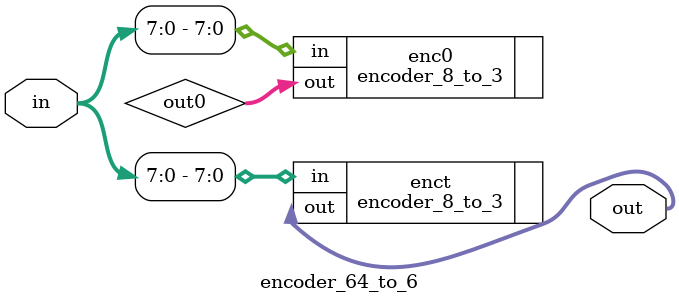
<source format=v>
module encoder_64_to_6 (
  input [63:0] in,
  output [5:0] out
);

wire [2:0] out0;
wire [2:0] out1;
wire [2:0] out2;
wire [2:0] out3;
wire [2:0] out4;
wire [2:0] out5;
wire [2:0] out6;
wire [2:0] out7;

encoder_8_to_3 enct(.in(in[7:0]), .out(out));

encoder_8_to_3 enc0(.in(in[7:0]), .out(out0));
encoder_8_to_3 enc1(.in(in[15:8]), .out(out1));
encoder_8_to_3 enc2(.in(in[23:16]), .out(out2));
encoder_8_to_3 enc3(.in(in[31:24]), .out(out3));
encoder_8_to_3 enc4(.in(in[39:32]), .out(out4));
encoder_8_to_3 enc6(.in(in[55:48]), .out(out4));
encoder_8_to_3 enc5(.in(in[47:40]), .out(out6));
encoder_8_to_3 enc7(.in(in[63:56]), .out(out7));


endmodule

</source>
